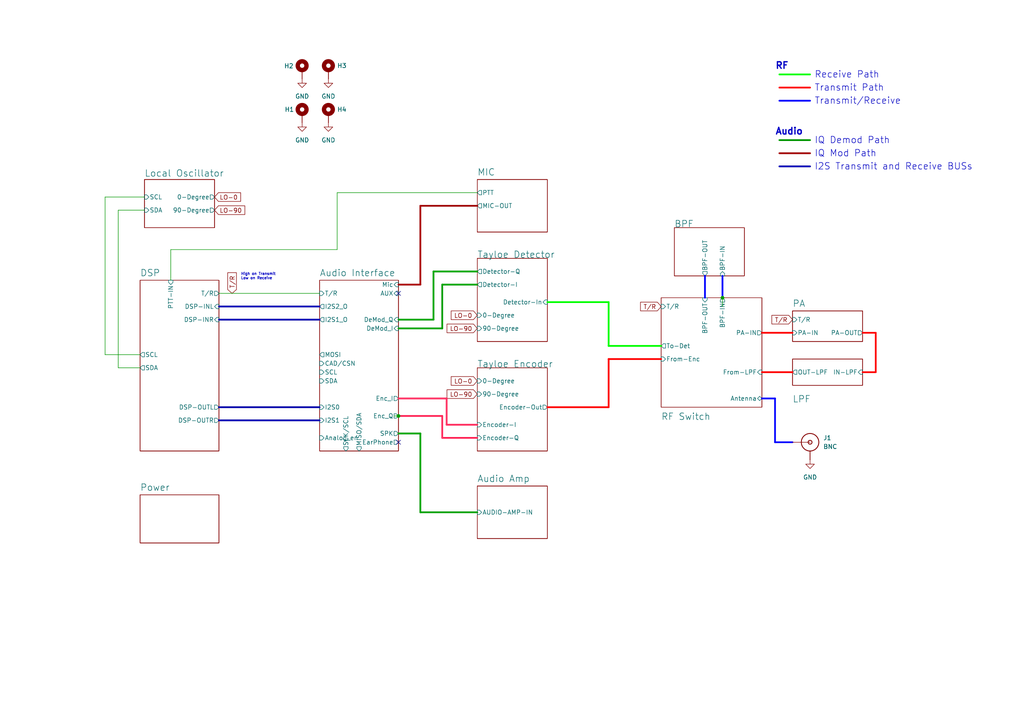
<source format=kicad_sch>
(kicad_sch (version 20230121) (generator eeschema)
  (paper "A4")
  (lib_symbols
    (symbol "Mechanical:MountingHole_Pad" (pin_numbers hide) (pin_names (offset 1.016) hide)
      (property "Reference" "H" (at 0 6.35 0))
      (property "Value" "MountingHole_Pad" (at 0 4.445 0))
      (symbol "MountingHole_Pad_0_1"
        (circle (center 0 1.27) (radius 1.27) (stroke (width 1.27)))
      )
      (symbol "MountingHole_Pad_1_1"
        (pin input line (at 0 -2.54 90) (length 2.54) (name "1") (number "1"))
      )
    )
    (symbol "Xenir:BNC" (pin_names (offset 1.016))
      (property "Reference" "J" (at -2.54 -3.81 0))
      (property "Value" "BNC" (at 0 3.81 0))
      (symbol "BNC_1_1"
        (circle (center 0 0) (radius 0.5588) (stroke (width 0.254)))
        (circle (center 0 0) (radius 2.54) (stroke (width 0.254)))
        (pin bidirectional line (at 0 -5.08 90) (length 2.54) (name "GND") (number "GND"))
        (pin bidirectional line (at 5.08 0 180) (length 5.08) (name "OUT") (number "S"))
      )
    )
    (symbol "power:GND" (power) (pin_names (offset 0))
      (property "Value" "GND" (at 0 -3.81 0))
      (symbol "GND_0_1"
        (polyline (pts (xy 0 0) (xy 0 -1.27) (xy 1.27 -1.27) (xy 0 -2.54) (xy -1.27 -1.27) (xy 0 -1.27)))
      )
      (symbol "GND_1_1"
        (pin power_in line (at 0 0 270) (length 0) hide (name "GND") (number "1"))
      )
    )
  )
  (junction (at 209.55 86.36))
  (junction (at 115.57 120.65))
  (no_connect (at 115.57 128.27))
  (no_connect (at 115.57 85.09))
  (wire (pts (xy 128.27 120.65) (xy 128.27 127)) (stroke (width 0.5) (color 255 32 82 1)))
  (wire (pts (xy 254 96.52) (xy 254 107.95)) (stroke (width 0.5) (color 255 0 0 1)))
  (wire (pts (xy 138.43 148.59) (xy 121.92 148.59)) (stroke (width 0.508) (color 0 149 0 1)))
  (wire (pts (xy 97.79 55.88) (xy 97.79 72.39)))
  (wire (pts (xy 34.29 60.96) (xy 34.29 106.68)))
  (wire (pts (xy 129.54 123.19) (xy 138.43 123.19)) (stroke (width 0.5) (color 255 32 82 1)))
  (wire (pts (xy 176.53 87.63) (xy 176.53 100.33)) (stroke (width 0.508) (color 0 255 0 1)))
  (wire (pts (xy 34.29 106.68) (xy 40.64 106.68)))
  (wire (pts (xy 250.19 96.52) (xy 254 96.52)) (stroke (width 0.5) (color 255 0 0 1)))
  (wire (pts (xy 158.75 87.63) (xy 176.53 87.63)) (stroke (width 0.508) (color 0 255 0 1)))
  (wire (pts (xy 129.54 115.57) (xy 129.54 123.19)) (stroke (width 0.5) (color 255 32 82 1)))
  (wire (pts (xy 226.06 29.21) (xy 234.95 29.21)) (stroke (width 0.508) (color 0 0 255 1)))
  (wire (pts (xy 138.43 55.88) (xy 97.79 55.88)))
  (wire (pts (xy 220.98 115.57) (xy 224.79 115.57)) (stroke (width 0.5) (color 0 0 255 1)))
  (wire (pts (xy 176.53 118.11) (xy 176.53 104.14)) (stroke (width 0.508) (color 255 0 0 1)))
  (wire (pts (xy 158.75 118.11) (xy 176.53 118.11)) (stroke (width 0.508) (color 255 0 0 1)))
  (wire (pts (xy 220.98 107.95) (xy 229.87 107.95)) (stroke (width 0.508) (color 255 0 0 1)))
  (wire (pts (xy 138.43 59.69) (xy 121.92 59.69)) (stroke (width 0.508) (color 154 0 0 1)))
  (wire (pts (xy 115.57 115.57) (xy 129.54 115.57)) (stroke (width 0.5) (color 255 32 82 1)))
  (wire (pts (xy 226.06 44.45) (xy 234.95 44.45)) (stroke (width 0.508) (color 154 0 0 1)))
  (wire (pts (xy 254 107.95) (xy 250.19 107.95)) (stroke (width 0.5) (color 255 0 0 1)))
  (wire (pts (xy 115.57 82.55) (xy 121.92 82.55)) (stroke (width 0.508) (color 154 0 0 1)))
  (wire (pts (xy 125.73 78.74) (xy 125.73 92.71)) (stroke (width 0.508) (color 0 149 0 1)))
  (wire (pts (xy 30.48 57.15) (xy 30.48 102.87)))
  (wire (pts (xy 176.53 100.33) (xy 191.77 100.33)) (stroke (width 0.508) (color 0 255 0 1)))
  (wire (pts (xy 226.06 21.59) (xy 234.95 21.59)) (stroke (width 0.508) (color 0 255 0 1)))
  (wire (pts (xy 176.53 104.14) (xy 191.77 104.14)) (stroke (width 0.508) (color 255 0 0 1)))
  (wire (pts (xy 97.79 72.39) (xy 49.53 72.39)))
  (wire (pts (xy 204.47 80.01) (xy 204.47 86.36)) (stroke (width 0.508) (color 0 0 255 1)))
  (wire (pts (xy 63.5 118.11) (xy 92.71 118.11)) (stroke (width 0.508) (color 0 0 165 1)))
  (wire (pts (xy 224.79 128.27) (xy 229.87 128.27)) (stroke (width 0.5) (color 0 0 255 1)))
  (wire (pts (xy 226.06 40.64) (xy 234.95 40.64)) (stroke (width 0.508) (color 0 149 0 1)))
  (wire (pts (xy 209.55 86.36) (xy 209.55 88.9)))
  (wire (pts (xy 63.5 88.9) (xy 92.71 88.9)) (stroke (width 0.508) (color 0 0 165 1)))
  (wire (pts (xy 138.43 78.74) (xy 125.73 78.74)) (stroke (width 0.508) (color 0 149 0 1)))
  (wire (pts (xy 209.55 80.01) (xy 209.55 86.36)) (stroke (width 0.508) (color 0 0 255 1)))
  (wire (pts (xy 41.91 60.96) (xy 34.29 60.96)))
  (wire (pts (xy 63.5 121.92) (xy 92.71 121.92)) (stroke (width 0.508) (color 0 0 165 1)))
  (wire (pts (xy 63.5 85.09) (xy 92.71 85.09)))
  (wire (pts (xy 128.27 127) (xy 138.43 127)) (stroke (width 0.5) (color 255 32 82 1)))
  (wire (pts (xy 128.27 95.25) (xy 115.57 95.25)) (stroke (width 0.508) (color 0 149 0 1)))
  (wire (pts (xy 125.73 92.71) (xy 115.57 92.71)) (stroke (width 0.508) (color 0 149 0 1)))
  (wire (pts (xy 121.92 59.69) (xy 121.92 82.55)) (stroke (width 0.508) (color 154 0 0 1)))
  (wire (pts (xy 63.5 92.71) (xy 92.71 92.71)) (stroke (width 0.508) (color 0 0 165 1)))
  (wire (pts (xy 41.91 57.15) (xy 30.48 57.15)))
  (wire (pts (xy 226.06 48.26) (xy 234.95 48.26)) (stroke (width 0.508) (color 0 0 165 1)))
  (wire (pts (xy 138.43 82.55) (xy 128.27 82.55)) (stroke (width 0.508) (color 0 149 0 1)))
  (wire (pts (xy 121.92 148.59) (xy 121.92 125.73)) (stroke (width 0.508) (color 0 149 0 1)))
  (wire (pts (xy 49.53 72.39) (xy 49.53 81.28)))
  (wire (pts (xy 128.27 82.55) (xy 128.27 95.25)) (stroke (width 0.508) (color 0 149 0 1)))
  (wire (pts (xy 115.57 120.65) (xy 128.27 120.65)) (stroke (width 0.5) (color 255 32 82 1)))
  (wire (pts (xy 121.92 125.73) (xy 115.57 125.73)) (stroke (width 0.508) (color 0 149 0 1)))
  (wire (pts (xy 224.79 115.57) (xy 224.79 128.27)) (stroke (width 0.5) (color 0 0 255 1)))
  (wire (pts (xy 114.3 120.65) (xy 115.57 120.65)))
  (wire (pts (xy 220.98 96.52) (xy 229.87 96.52)) (stroke (width 0.508) (color 255 0 0 1)))
  (wire (pts (xy 30.48 102.87) (xy 40.64 102.87)))
  (wire (pts (xy 226.06 25.4) (xy 234.95 25.4)) (stroke (width 0.508) (color 255 0 0 1)))
  (text "IQ Demod Path" (at 236.22 41.91 0) (effects (font (size 1.905 1.905)) (justify left bottom)))
  (text "Transmit/Receive" (at 236.22 30.48 0) (effects (font (size 1.905 1.905)) (justify left bottom)))
  (text "Transmit Path" (at 236.22 26.67 0) (effects (font (size 1.905 1.905)) (justify left bottom)))
  (text "RF" (at 224.79 20.32 0) (effects (font (size 1.905 1.905) (thickness 0.381) bold) (justify left bottom)))
  (text "IQ Mod Path" (at 236.22 45.72 0) (effects (font (size 1.905 1.905)) (justify left bottom)))
  (text "Audio\n" (at 224.79 39.37 0) (effects (font (size 1.905 1.905) (thickness 0.381) bold) (justify left bottom)))
  (text "High on Transmit\nLow on Receive" (at 69.85 81.28 0) (effects (font (size 0.762 0.762)) (justify left bottom)))
  (text "Receive Path" (at 236.22 22.86 0) (effects (font (size 1.905 1.905)) (justify left bottom)))
  (text "I2S Transmit and Receive BUSs" (at 236.22 49.53 0) (effects (font (size 1.905 1.905)) (justify left bottom)))
  (global_label "LO-90" (shape input) (at 62.23 60.96 0) (property "Intersheetrefs" "${INTERSHEET_REFS}" (effects hide)))
  (global_label "LO-0" (shape input) (at 138.43 91.44 180) (property "Intersheetrefs" "${INTERSHEET_REFS}" (effects hide)))
  (global_label "LO-90" (shape input) (at 138.43 114.3 180) (property "Intersheetrefs" "${INTERSHEET_REFS}" (effects hide)))
  (global_label "LO-0" (shape input) (at 62.23 57.15 0) (property "Intersheetrefs" "${INTERSHEET_REFS}" (effects hide)))
  (global_label "T{slash}R" (shape input) (at 67.31 85.09 90) (property "Intersheetrefs" "${INTERSHEET_REFS}" (effects hide)))
  (global_label "T{slash}R" (shape input) (at 191.77 88.9 180) (property "Intersheetrefs" "${INTERSHEET_REFS}" (effects hide)))
  (global_label "LO-90" (shape input) (at 138.43 95.25 180) (property "Intersheetrefs" "${INTERSHEET_REFS}" (effects hide)))
  (global_label "T{slash}R" (shape input) (at 229.87 92.71 180) (property "Intersheetrefs" "${INTERSHEET_REFS}" (effects hide)))
  (global_label "LO-0" (shape input) (at 138.43 110.49 180) (property "Intersheetrefs" "${INTERSHEET_REFS}" (effects hide)))
  (symbol (lib_id "power:GND") (at 234.95 133.35 0) (unit 1)
    (property "Reference" "#PWR0104" (effects hide))
    (property "Value" "GND" (at 234.95 138.43 0))
  )
  (symbol (lib_id "Mechanical:MountingHole_Pad") (at 95.25 20.32 0) (unit 1)
    (property "Reference" "H3" (at 97.79 19.0499 0) (effects (justify left)))
    (property "Value" "MountingHole_Pad" (effects hide))
    (property "Footprint" "MountingHole:MountingHole_3.2mm_M3_Pad_Via" (effects hide))
  )
  (symbol (lib_id "power:GND") (at 87.63 35.56 0) (unit 1)
    (property "Reference" "#PWR0213" (effects hide))
    (property "Value" "GND" (at 87.63 40.64 0))
  )
  (symbol (lib_id "Mechanical:MountingHole_Pad") (at 95.25 33.02 0) (unit 1)
    (property "Reference" "H4" (at 97.79 31.7499 0) (effects (justify left)))
    (property "Value" "MountingHole_Pad" (effects hide))
    (property "Footprint" "MountingHole:MountingHole_3.2mm_M3_Pad_Via" (effects hide))
  )
  (symbol (lib_id "Xenir:BNC") (at 234.95 128.27 0) (mirror y) (unit 1)
    (property "Reference" "J1" (at 238.76 126.9999 0) (effects (justify right)))
    (property "Value" "BNC" (at 238.76 129.5399 0) (effects (justify right)))
    (property "Footprint" "Xenir:BNC" (effects hide))
  )
  (symbol (lib_id "power:GND") (at 95.25 22.86 0) (unit 1)
    (property "Reference" "#PWR0206" (effects hide))
    (property "Value" "GND" (at 95.25 27.94 0))
  )
  (symbol (lib_id "power:GND") (at 95.25 35.56 0) (unit 1)
    (property "Reference" "#PWR0214" (effects hide))
    (property "Value" "GND" (at 95.25 40.64 0))
  )
  (symbol (lib_id "Mechanical:MountingHole_Pad") (at 87.63 20.32 0) (unit 1)
    (property "Reference" "H2" (at 82.3994 19.1356 0) (effects (justify left)))
    (property "Value" "MountingHole_Pad" (effects hide))
    (property "Footprint" "MountingHole:MountingHole_3.2mm_M3_Pad_Via" (effects hide))
  )
  (symbol (lib_id "power:GND") (at 87.63 22.86 0) (unit 1)
    (property "Reference" "#PWR0212" (effects hide))
    (property "Value" "GND" (at 87.63 27.94 0))
  )
  (symbol (lib_id "Mechanical:MountingHole_Pad") (at 87.63 33.02 0) (unit 1)
    (property "Reference" "H1" (at 82.55 31.75 0) (effects (justify left)))
    (property "Value" "MountingHole_Pad" (effects hide))
    (property "Footprint" "MountingHole:MountingHole_3.2mm_M3_Pad_Via" (effects hide))
  )
  (sheet (at 138.43 140.97) (size 20.32 15.24) (stroke (width 0.1524))
    (property "Sheetname" "Audio Amp" (at 138.43 139.9409 0) (effects (font (size 1.905 1.905)) (justify left bottom)))
    (property "Sheetfile" "audio-amp.kicad_sch" (effects hide))
    (pin "AUDIO-AMP-IN" input (at 138.43 148.59 180))
  )
  (sheet (at 92.71 81.28) (size 22.86 49.53) (stroke (width 0.1524))
    (property "Sheetname" "Audio Interface" (at 92.71 80.2509 0) (effects (font (size 1.905 1.905)) (justify left bottom)))
    (property "Sheetfile" "audio-switch.kicad_sch" (effects hide))
    (pin "T{slash}R" input (at 92.71 85.09 180))
    (pin "SPK" output (at 115.57 125.73 0))
    (pin "EarPhone" output (at 115.57 128.27 0))
    (pin "SCK{slash}SCL" output (at 100.33 130.81 270))
    (pin "MISO{slash}SDA" output (at 104.14 130.81 270))
    (pin "Mic" input (at 115.57 82.55 0))
    (pin "AUX" input (at 115.57 85.09 0))
    (pin "DeMod_Q" input (at 115.57 92.71 0))
    (pin "DeMod_I" input (at 115.57 95.25 0))
    (pin "I2S0" input (at 92.71 118.11 180))
    (pin "I2S1" input (at 92.71 121.92 180))
    (pin "I2S2_O" output (at 92.71 88.9 180))
    (pin "I2S1_O" output (at 92.71 92.71 180))
    (pin "MOSI" output (at 92.71 102.87 180))
    (pin "CAD{slash}CSN" input (at 92.71 105.41 180))
    (pin "Enc_I" output (at 115.57 115.57 0))
    (pin "Enc_Q" output (at 115.57 120.65 0))
    (pin "SCL" input (at 92.71 107.95 180))
    (pin "SDA" input (at 92.71 110.49 180))
    (pin "Analog_en" input (at 92.71 127 180))
  )
  (sheet (at 229.87 104.14) (size 20.32 7.62) (stroke (width 0.1524))
    (property "Sheetname" "LPF" (at 229.87 116.84 0) (effects (font (size 1.905 1.905)) (justify left bottom)))
    (property "Sheetfile" "LPF.kicad_sch" (effects hide))
    (pin "IN-LPF" input (at 250.19 107.95 0))
    (pin "OUT-LPF" output (at 229.87 107.95 180))
  )
  (sheet (at 195.58 66.04) (size 20.32 13.97) (stroke (width 0.1524))
    (property "Sheetname" "BPF" (at 195.58 66.04 0) (effects (font (size 1.905 1.905)) (justify left bottom)))
    (property "Sheetfile" "BPF.kicad_sch" (effects hide))
    (pin "BPF-IN" input (at 209.55 80.01 270))
    (pin "BPF-OUT" output (at 204.47 80.01 270))
  )
  (sheet (at 138.43 74.93) (size 20.32 24.13) (stroke (width 0.1524))
    (property "Sheetname" "Tayloe Detector" (at 138.43 74.93 0) (effects (font (size 1.905 1.905)) (justify left bottom)))
    (property "Sheetfile" "taylor-detector.kicad_sch" (effects hide))
    (pin "Detector-In" input (at 158.75 87.63 0))
    (pin "0-Degree" input (at 138.43 91.44 180))
    (pin "90-Degree" input (at 138.43 95.25 180))
    (pin "Detector-Q" output (at 138.43 78.74 180))
    (pin "Detector-I" output (at 138.43 82.55 180))
  )
  (sheet (at 41.91 52.07) (size 20.32 13.97) (stroke (width 0.1524))
    (property "Sheetname" "Local Oscillator" (at 41.91 51.3584 0) (effects (font (size 1.905 1.905)) (justify left bottom)))
    (property "Sheetfile" "local-oscillator.kicad_sch" (effects hide))
    (pin "0-Degree" output (at 62.23 57.15 0))
    (pin "90-Degree" output (at 62.23 60.96 0))
    (pin "SCL" input (at 41.91 57.15 180))
    (pin "SDA" input (at 41.91 60.96 180))
  )
  (sheet (at 138.43 52.07) (size 20.32 15.24) (stroke (width 0.1524))
    (property "Sheetname" "MIC" (at 138.43 51.0409 0) (effects (font (size 1.905 1.905)) (justify left bottom)))
    (property "Sheetfile" "mic.kicad_sch" (effects hide))
    (pin "MIC-OUT" output (at 138.43 59.69 180))
    (pin "PTT" output (at 138.43 55.88 180))
  )
  (sheet (at 40.64 143.51) (size 22.86 13.97) (stroke (width 0.1524))
    (property "Sheetname" "Power" (at 40.64 142.4809 0) (effects (font (size 1.905 1.905)) (justify left bottom)))
    (property "Sheetfile" "power.kicad_sch" (effects hide))
  )
  (sheet (at 138.43 106.68) (size 20.32 24.13) (stroke (width 0.1524))
    (property "Sheetname" "Tayloe Encoder" (at 138.43 106.68 0) (effects (font (size 1.905 1.905)) (justify left bottom)))
    (property "Sheetfile" "taylor-encoder.kicad_sch" (effects hide))
    (pin "0-Degree" input (at 138.43 110.49 180))
    (pin "90-Degree" input (at 138.43 114.3 180))
    (pin "Encoder-Out" output (at 158.75 118.11 0))
    (pin "Encoder-I" input (at 138.43 123.19 180))
    (pin "Encoder-Q" input (at 138.43 127 180))
  )
  (sheet (at 40.64 81.28) (size 22.86 49.53) (stroke (width 0.1524))
    (property "Sheetname" "DSP" (at 40.64 80.2509 0) (effects (font (size 1.905 1.905)) (justify left bottom)))
    (property "Sheetfile" "DSP.kicad_sch" (effects hide))
    (pin "DSP-OUTL" output (at 63.5 118.11 0))
    (pin "DSP-OUTR" output (at 63.5 121.92 0))
    (pin "DSP-INR" input (at 63.5 92.71 0))
    (pin "DSP-INL" input (at 63.5 88.9 0))
    (pin "SCL" output (at 40.64 102.87 180))
    (pin "SDA" output (at 40.64 106.68 180))
    (pin "T{slash}R" output (at 63.5 85.09 0))
    (pin "PTT-IN" input (at 49.53 81.28 90))
  )
  (sheet (at 191.77 86.36) (size 29.21 31.75) (stroke (width 0.1524))
    (property "Sheetname" "RF Switch" (at 191.77 121.92 0) (effects (font (size 1.905 1.905)) (justify left bottom)))
    (property "Sheetfile" "RF-SWITCH.kicad_sch" (effects hide))
    (pin "From-Enc" input (at 191.77 104.14 180))
    (pin "To-Det" output (at 191.77 100.33 180))
    (pin "BPF-OUT" input (at 204.47 86.36 90))
    (pin "T{slash}R" input (at 191.77 88.9 180))
    (pin "From-LPF" input (at 220.98 107.95 0))
    (pin "BPF-IN" output (at 209.55 86.36 90))
    (pin "PA-IN" output (at 220.98 96.52 0))
    (pin "Antenna" bidirectional (at 220.98 115.57 0))
  )
  (sheet (at 229.87 90.17) (size 20.32 8.89) (stroke (width 0.1524))
    (property "Sheetname" "PA" (at 229.87 89.1409 0) (effects (font (size 1.905 1.905)) (justify left bottom)))
    (property "Sheetfile" "PA.kicad_sch" (effects hide))
    (pin "PA-IN" input (at 229.87 96.52 180))
    (pin "PA-OUT" output (at 250.19 96.52 0))
    (pin "T{slash}R" input (at 229.87 92.71 180))
  )
)
</source>
